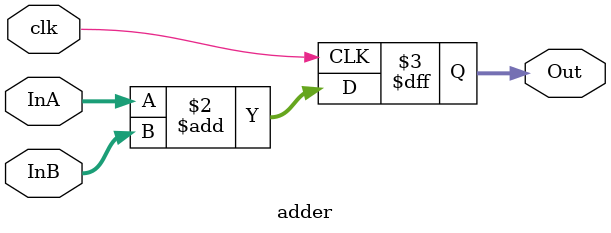
<source format=v>

module adder #(parameter N = 16)(clk, InA, InB, Out);

	input [N-1:0] InA;
	input [N-1:0] InB;
	input clk;
	output reg[N:0] Out;
	
 always @(posedge clk)
	begin 
		Out <= InA + InB ;
	end
endmodule
</source>
